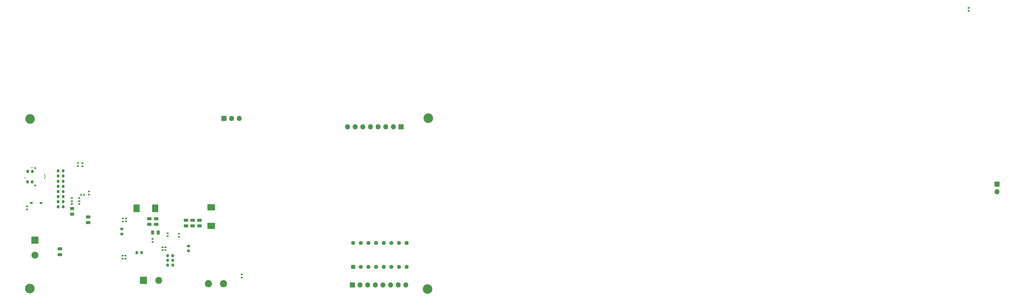
<source format=gbs>
%TF.GenerationSoftware,KiCad,Pcbnew,8.0.6*%
%TF.CreationDate,2025-02-07T02:37:33-05:00*%
%TF.ProjectId,SCAN,5343414e-2e6b-4696-9361-645f70636258,v1.0*%
%TF.SameCoordinates,Original*%
%TF.FileFunction,Soldermask,Bot*%
%TF.FilePolarity,Negative*%
%FSLAX46Y46*%
G04 Gerber Fmt 4.6, Leading zero omitted, Abs format (unit mm)*
G04 Created by KiCad (PCBNEW 8.0.6) date 2025-02-07 02:37:33*
%MOMM*%
%LPD*%
G01*
G04 APERTURE LIST*
G04 Aperture macros list*
%AMRoundRect*
0 Rectangle with rounded corners*
0 $1 Rounding radius*
0 $2 $3 $4 $5 $6 $7 $8 $9 X,Y pos of 4 corners*
0 Add a 4 corners polygon primitive as box body*
4,1,4,$2,$3,$4,$5,$6,$7,$8,$9,$2,$3,0*
0 Add four circle primitives for the rounded corners*
1,1,$1+$1,$2,$3*
1,1,$1+$1,$4,$5*
1,1,$1+$1,$6,$7*
1,1,$1+$1,$8,$9*
0 Add four rect primitives between the rounded corners*
20,1,$1+$1,$2,$3,$4,$5,0*
20,1,$1+$1,$4,$5,$6,$7,0*
20,1,$1+$1,$6,$7,$8,$9,0*
20,1,$1+$1,$8,$9,$2,$3,0*%
G04 Aperture macros list end*
%ADD10R,1.700000X1.700000*%
%ADD11O,1.700000X1.700000*%
%ADD12C,3.200000*%
%ADD13RoundRect,0.102000X-1.050000X1.050000X-1.050000X-1.050000X1.050000X-1.050000X1.050000X1.050000X0*%
%ADD14C,2.304000*%
%ADD15RoundRect,0.102000X0.565000X-0.565000X0.565000X0.565000X-0.565000X0.565000X-0.565000X-0.565000X0*%
%ADD16C,1.334000*%
%ADD17RoundRect,0.102000X-1.050000X-1.050000X1.050000X-1.050000X1.050000X1.050000X-1.050000X1.050000X0*%
%ADD18C,2.400000*%
%ADD19C,0.660400*%
%ADD20R,0.228600X0.304800*%
%ADD21RoundRect,0.135000X-0.185000X0.135000X-0.185000X-0.135000X0.185000X-0.135000X0.185000X0.135000X0*%
%ADD22R,0.800100X0.508000*%
%ADD23RoundRect,0.200000X0.200000X0.275000X-0.200000X0.275000X-0.200000X-0.275000X0.200000X-0.275000X0*%
%ADD24RoundRect,0.200000X-0.200000X-0.275000X0.200000X-0.275000X0.200000X0.275000X-0.200000X0.275000X0*%
%ADD25RoundRect,0.135000X0.185000X-0.135000X0.185000X0.135000X-0.185000X0.135000X-0.185000X-0.135000X0*%
%ADD26RoundRect,0.250000X0.475000X-0.250000X0.475000X0.250000X-0.475000X0.250000X-0.475000X-0.250000X0*%
%ADD27RoundRect,0.140000X-0.170000X0.140000X-0.170000X-0.140000X0.170000X-0.140000X0.170000X0.140000X0*%
%ADD28RoundRect,0.225000X0.225000X0.250000X-0.225000X0.250000X-0.225000X-0.250000X0.225000X-0.250000X0*%
%ADD29RoundRect,0.250000X-0.475000X0.250000X-0.475000X-0.250000X0.475000X-0.250000X0.475000X0.250000X0*%
%ADD30R,0.299999X0.299999*%
%ADD31RoundRect,0.250000X1.025000X-0.787500X1.025000X0.787500X-1.025000X0.787500X-1.025000X-0.787500X0*%
%ADD32RoundRect,0.140000X0.170000X-0.140000X0.170000X0.140000X-0.170000X0.140000X-0.170000X-0.140000X0*%
%ADD33RoundRect,0.243750X0.243750X0.456250X-0.243750X0.456250X-0.243750X-0.456250X0.243750X-0.456250X0*%
%ADD34RoundRect,0.200000X-0.275000X0.200000X-0.275000X-0.200000X0.275000X-0.200000X0.275000X0.200000X0*%
%ADD35RoundRect,0.250000X-0.787500X-1.025000X0.787500X-1.025000X0.787500X1.025000X-0.787500X1.025000X0*%
%ADD36RoundRect,0.135000X-0.135000X-0.185000X0.135000X-0.185000X0.135000X0.185000X-0.135000X0.185000X0*%
%ADD37RoundRect,0.250000X-0.450000X0.262500X-0.450000X-0.262500X0.450000X-0.262500X0.450000X0.262500X0*%
%ADD38R,0.820000X0.760000*%
G04 APERTURE END LIST*
D10*
%TO.C,BZ1*%
X382202500Y-93395000D03*
D11*
X382202500Y-95935000D03*
%TD*%
D12*
%TO.C,H1*%
X60900000Y-71700000D03*
%TD*%
%TO.C,H4*%
X192940000Y-128250000D03*
%TD*%
%TO.C,H3*%
X193260000Y-71430000D03*
%TD*%
D10*
%TO.C,J4*%
X125295000Y-71500000D03*
D11*
X127835000Y-71500000D03*
X130375000Y-71500000D03*
%TD*%
D13*
%TO.C,J3*%
X62477500Y-112000000D03*
D14*
X62477500Y-117000000D03*
%TD*%
D15*
%TO.C,U2*%
X168210000Y-120890000D03*
D16*
X170750000Y-120890000D03*
X173290000Y-120890000D03*
X175830000Y-120890000D03*
X178370000Y-120890000D03*
X180910000Y-120890000D03*
X183450000Y-120890000D03*
X185990000Y-120890000D03*
X185990000Y-112950000D03*
X183450000Y-112950000D03*
X180910000Y-112950000D03*
X178370000Y-112950000D03*
X175830000Y-112950000D03*
X173290000Y-112950000D03*
X170750000Y-112950000D03*
X168210000Y-112950000D03*
%TD*%
D17*
%TO.C,J2*%
X98610000Y-125410000D03*
D14*
X103610000Y-125410000D03*
%TD*%
D18*
%TO.C,TH1*%
X125180000Y-126480000D03*
X120180000Y-126480000D03*
%TD*%
D19*
%TO.C,J1*%
X62605000Y-87999999D03*
X62605000Y-93780001D03*
%TD*%
D12*
%TO.C,H2*%
X60790000Y-128120000D03*
%TD*%
D10*
%TO.C,J9*%
X167990000Y-126910000D03*
D11*
X170530000Y-126910000D03*
X173070000Y-126910000D03*
X175610000Y-126910000D03*
X178150000Y-126910000D03*
X180690000Y-126910000D03*
X183230000Y-126910000D03*
X185770000Y-126910000D03*
%TD*%
D10*
%TO.C,J7*%
X184150000Y-74340000D03*
D11*
X181610000Y-74340000D03*
X179070000Y-74340000D03*
X176530000Y-74340000D03*
X173990000Y-74340000D03*
X171450000Y-74340000D03*
X168910000Y-74340000D03*
X166370000Y-74340000D03*
%TD*%
D20*
%TO.C,D1*%
X59475600Y-91260000D03*
X59120000Y-91260000D03*
%TD*%
D21*
%TO.C,R55*%
X78250000Y-86390000D03*
X78250000Y-87410000D03*
%TD*%
D22*
%TO.C,Q9*%
X77251900Y-98059998D03*
X77251900Y-99009999D03*
X77251900Y-99960000D03*
X74750000Y-99960000D03*
X74750000Y-99009999D03*
X74750000Y-98059998D03*
%TD*%
D23*
%TO.C,R44*%
X71875000Y-97563333D03*
X70225000Y-97563333D03*
%TD*%
D24*
%TO.C,R22*%
X106635000Y-118730000D03*
X108285000Y-118730000D03*
%TD*%
D20*
%TO.C,D2*%
X61650000Y-87880000D03*
X61294400Y-87880000D03*
%TD*%
D21*
%TO.C,R54*%
X76780000Y-86350000D03*
X76780000Y-87370000D03*
%TD*%
D24*
%TO.C,R45*%
X70215000Y-92426666D03*
X71865000Y-92426666D03*
%TD*%
%TO.C,R41*%
X70225000Y-99256666D03*
X71875000Y-99256666D03*
%TD*%
D25*
%TO.C,R53*%
X80450000Y-96880000D03*
X80450000Y-95860000D03*
%TD*%
D26*
%TO.C,C34*%
X102770000Y-106780000D03*
X102770000Y-104880000D03*
%TD*%
%TO.C,C32*%
X112690001Y-107299999D03*
X112690001Y-105399999D03*
%TD*%
D23*
%TO.C,R46*%
X71865000Y-94150000D03*
X70215000Y-94150000D03*
%TD*%
D25*
%TO.C,R32*%
X372772500Y-35785000D03*
X372772500Y-34765000D03*
%TD*%
%TO.C,R18*%
X91700000Y-105800000D03*
X91700000Y-104780000D03*
%TD*%
%TO.C,R19*%
X91587500Y-118189999D03*
X91587500Y-117169999D03*
%TD*%
D23*
%TO.C,R48*%
X71865000Y-90703333D03*
X70215000Y-90703333D03*
%TD*%
D27*
%TO.C,C12*%
X105890000Y-114340000D03*
X105890000Y-115300000D03*
%TD*%
D28*
%TO.C,C47*%
X61570000Y-92610000D03*
X60020000Y-92610000D03*
%TD*%
D29*
%TO.C,C5*%
X80240000Y-104290000D03*
X80240000Y-106190000D03*
%TD*%
D26*
%TO.C,C36*%
X100540000Y-106780000D03*
X100540000Y-104880000D03*
%TD*%
D30*
%TO.C,U7*%
X65955001Y-90860000D03*
X65704999Y-91359999D03*
X65704999Y-90360001D03*
%TD*%
D24*
%TO.C,R43*%
X70225000Y-95870000D03*
X71875000Y-95870000D03*
%TD*%
D31*
%TO.C,C39*%
X121090000Y-107299999D03*
X121090000Y-101074999D03*
%TD*%
D26*
%TO.C,C37*%
X117190001Y-107299999D03*
X117190001Y-105399999D03*
%TD*%
%TO.C,C35*%
X114940001Y-107299999D03*
X114940001Y-105399999D03*
%TD*%
D25*
%TO.C,R33*%
X131280000Y-124460000D03*
X131280000Y-123440000D03*
%TD*%
D21*
%TO.C,R40*%
X59870000Y-100750000D03*
X59870000Y-101770000D03*
%TD*%
D26*
%TO.C,C6*%
X70790000Y-116810000D03*
X70790000Y-114910000D03*
%TD*%
D23*
%TO.C,R23*%
X108285000Y-120320000D03*
X106635000Y-120320000D03*
%TD*%
D32*
%TO.C,C14*%
X92587500Y-118139999D03*
X92587500Y-117179999D03*
%TD*%
D24*
%TO.C,R47*%
X70215000Y-88980000D03*
X71865000Y-88980000D03*
%TD*%
D33*
%TO.C,D13*%
X103487500Y-109500000D03*
X101612500Y-109500000D03*
%TD*%
D27*
%TO.C,C15*%
X104880000Y-114350000D03*
X104880000Y-115310000D03*
%TD*%
D34*
%TO.C,R28*%
X113560000Y-113925000D03*
X113560000Y-115575000D03*
%TD*%
D32*
%TO.C,C20*%
X110370000Y-110860000D03*
X110370000Y-109900000D03*
%TD*%
D35*
%TO.C,C38*%
X96255001Y-101399999D03*
X102480001Y-101399999D03*
%TD*%
D24*
%TO.C,R26*%
X106640000Y-117140000D03*
X108290000Y-117140000D03*
%TD*%
D28*
%TO.C,C48*%
X61655000Y-89180000D03*
X60105000Y-89180000D03*
%TD*%
D23*
%TO.C,R42*%
X71875000Y-100950000D03*
X70225000Y-100950000D03*
%TD*%
D32*
%TO.C,C19*%
X106590000Y-110679999D03*
X106590000Y-109719999D03*
%TD*%
D24*
%TO.C,R25*%
X96345000Y-116110000D03*
X97995000Y-116110000D03*
%TD*%
D36*
%TO.C,R52*%
X77850000Y-96890000D03*
X78870000Y-96890000D03*
%TD*%
D32*
%TO.C,C13*%
X92700000Y-105750000D03*
X92700000Y-104790000D03*
%TD*%
D37*
%TO.C,R56*%
X74880000Y-101497500D03*
X74880000Y-103322500D03*
%TD*%
D38*
%TO.C,D15*%
X64530000Y-99670000D03*
X61330000Y-99670000D03*
%TD*%
D25*
%TO.C,R27*%
X101630000Y-112600000D03*
X101630000Y-111580000D03*
%TD*%
D34*
%TO.C,R24*%
X91410000Y-108305000D03*
X91410000Y-109955000D03*
%TD*%
M02*

</source>
